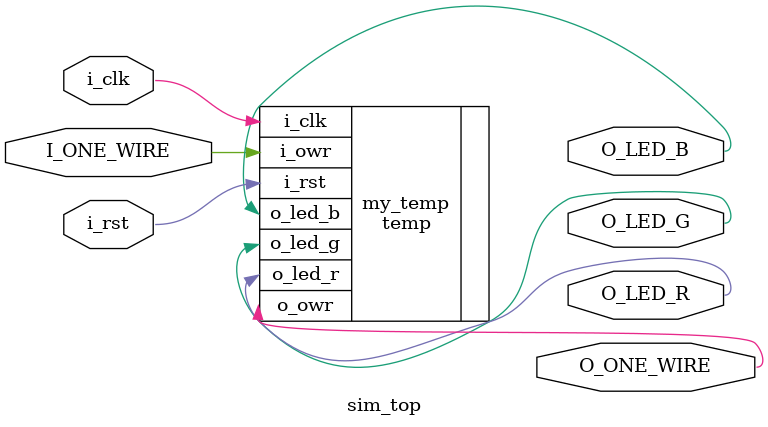
<source format=v>

module sim_top (
  input i_clk,
  input i_rst,
  output O_LED_R,
  output O_LED_G,
  output O_LED_B,
  input  I_ONE_WIRE,
  output O_ONE_WIRE
);

  // temperature sensor
  temp #(
    .CDR_N(4),
    .CRD_O(0)
  ) my_temp (
    .i_clk(i_clk),
    .i_rst(i_rst),
    .o_led_r(O_LED_R),
    .o_led_g(O_LED_G),
    .o_led_b(O_LED_B),
    .i_owr(I_ONE_WIRE),
    .o_owr(O_ONE_WIRE)
  );

endmodule

</source>
